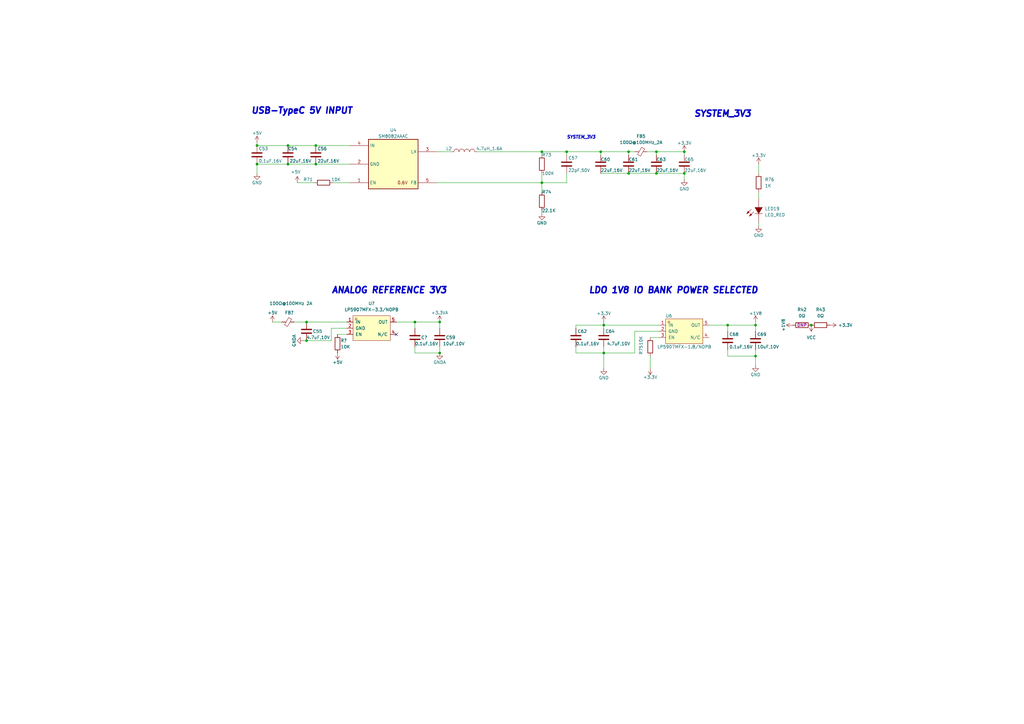
<source format=kicad_sch>
(kicad_sch (version 20230121) (generator eeschema)
  (paper "A3")
  (title_block (title "HPM6E00FULLPORTRevB") (date "2024-09-12") (rev "RevA") (comment 1 "POWER"))
  (lib_symbols
    (symbol "00_HPM_power:+1V8" (power) (pin_names (offset 0))
      (property "Value" "+1V8" (at 0 3.556 0))
      (symbol "+1V8_0_1"
        (polyline (pts (xy -0.762 1.27) (xy 0 2.54)))
        (polyline (pts (xy 0 0) (xy 0 2.54)))
        (polyline (pts (xy 0 2.54) (xy 0.762 1.27)))
      )
      (symbol "+1V8_1_1"
        (pin power_in line (at 0 0 90) (length 0) hide (name "+1V8") (number "1"))
      )
    )
    (symbol "00_HPM_power:+5V" (power) (pin_names (offset 0))
      (property "Value" "+5V" (at 0 3.556 0))
      (symbol "+5V_0_1"
        (polyline (pts (xy -0.762 1.27) (xy 0 2.54)))
        (polyline (pts (xy 0 0) (xy 0 2.54)))
        (polyline (pts (xy 0 2.54) (xy 0.762 1.27)))
      )
      (symbol "+5V_1_1"
        (pin power_in line (at 0 0 90) (length 0) hide (name "+5V") (number "1"))
      )
    )
    (symbol "00_HPM_power:GND" (power) (pin_names (offset 0))
      (property "Value" "GND" (at 0 -3.81 0))
      (symbol "GND_0_1"
        (polyline (pts (xy 0 0) (xy 0 -1.27) (xy 1.27 -1.27) (xy 0 -2.54) (xy -1.27 -1.27) (xy 0 -1.27)))
      )
      (symbol "GND_1_1"
        (pin power_in line (at 0 0 270) (length 0) hide (name "GND") (number "1"))
      )
    )
    (symbol "00_HPM_power:GNDA" (power) (pin_names (offset 0))
      (property "Value" "GNDA" (at 0 -3.81 0))
      (symbol "GNDA_0_1"
        (polyline (pts (xy 0 0) (xy 0 -1.27) (xy 1.27 -1.27) (xy 0 -2.54) (xy -1.27 -1.27) (xy 0 -1.27)))
      )
      (symbol "GNDA_1_1"
        (pin power_in line (at 0 0 270) (length 0) hide (name "GNDA") (number "1"))
      )
    )
    (symbol "00_HPM_power:VCC" (power) (pin_names (offset 0))
      (property "Value" "VCC" (at 0 3.81 0))
      (symbol "VCC_0_1"
        (polyline (pts (xy -0.762 1.27) (xy 0 2.54)))
        (polyline (pts (xy 0 0) (xy 0 2.54)))
        (polyline (pts (xy 0 2.54) (xy 0.762 1.27)))
      )
      (symbol "VCC_1_1"
        (pin power_in line (at 0 0 90) (length 0) hide (name "VCC") (number "1"))
      )
    )
    (symbol "01-HPM-Peripheral:LED_RED" (pin_numbers hide) (pin_names (offset 1.016) hide)
      (property "Reference" "LED" (at 0 10.16 0))
      (property "Value" "LED_RED" (at 0 13.97 0))
      (symbol "LED_RED_1_1"
        (polyline (pts (xy -2.54 1.524) (xy -2.54 -1.524)) (stroke (width 0.1524)))
        (polyline (pts (xy -1.778 2.032) (xy -3.556 3.81)) (stroke (width 0.1524)))
        (polyline (pts (xy -0.762 3.048) (xy -2.54 4.826)) (stroke (width 0.1524)))
        (polyline (pts (xy -3.556 3.81) (xy -2.54 3.302) (xy -3.048 2.794) (xy -3.556 3.81)) (stroke (width 0.1524)) (fill (type outline)))
        (polyline (pts (xy -2.54 4.826) (xy -1.524 4.318) (xy -2.032 3.81) (xy -2.54 4.826)) (stroke (width 0.1524)) (fill (type outline)))
        (polyline (pts (xy 0 -1.524) (xy -2.54 0) (xy 0 1.524) (xy 0 -1.524)) (stroke (width 0.1524)) (fill (type outline)))
        (pin input line (at -6.35 0 0) (length 3.81) (name "K") (number "1"))
        (pin input line (at 3.81 0 180) (length 3.81) (name "A") (number "2"))
      )
    )
    (symbol "02_HPM_Resistor:0Ω_0805" (pin_numbers hide) (pin_names (offset 0))
      (property "Reference" "R" (at 0 5.08 0))
      (property "Value" "0Ω" (at 1.27 7.62 0))
      (symbol "0Ω_0805_0_1"
        (rectangle (start 2.54 -1.016) (end -2.54 1.016) (stroke (width 0.254)))
      )
      (symbol "0Ω_0805_1_1"
        (pin passive line (at -3.81 0 0) (length 1.27) (name "~") (number "1"))
        (pin passive line (at 3.81 0 180) (length 1.27) (name "~") (number "2"))
      )
    )
    (symbol "02_HPM_Resistor:100K_0402" (pin_numbers hide) (pin_names (offset 0))
      (property "Reference" "R" (at 0 3.81 0))
      (property "Value" "100K" (at 0 6.35 0))
      (symbol "100K_0402_0_1"
        (rectangle (start 2.54 -1.016) (end -2.54 1.016) (stroke (width 0.254)))
      )
      (symbol "100K_0402_1_1"
        (pin passive line (at -3.81 0 0) (length 1.27) (name "~") (number "1"))
        (pin passive line (at 3.81 0 180) (length 1.27) (name "~") (number "2"))
      )
    )
    (symbol "02_HPM_Resistor:10K_0402" (pin_numbers hide) (pin_names (offset 0))
      (property "Reference" "R" (at 0 3.81 0))
      (property "Value" "10K" (at 0 6.35 0))
      (symbol "10K_0402_0_1"
        (rectangle (start 2.54 -1.016) (end -2.54 1.016) (stroke (width 0.254)))
      )
      (symbol "10K_0402_1_1"
        (pin passive line (at -3.81 0 0) (length 1.27) (name "~") (number "1"))
        (pin passive line (at 3.81 0 180) (length 1.27) (name "~") (number "2"))
      )
    )
    (symbol "02_HPM_Resistor:1K_0402" (pin_numbers hide) (pin_names (offset 0))
      (property "Reference" "R" (at 0 3.81 0))
      (property "Value" "1K" (at 0 6.35 0))
      (symbol "1K_0402_0_1"
        (rectangle (start 2.54 -1.016) (end -2.54 1.016) (stroke (width 0.254)))
      )
      (symbol "1K_0402_1_1"
        (pin passive line (at -3.81 0 0) (length 1.27) (name "~") (number "1"))
        (pin passive line (at 3.81 0 180) (length 1.27) (name "~") (number "2"))
      )
    )
    (symbol "02_HPM_Resistor:22.1K_0402" (pin_numbers hide) (pin_names (offset 0))
      (property "Reference" "R" (at 0 5.08 0))
      (property "Value" "22.1K" (at 0 7.62 0))
      (symbol "22.1K_0402_0_1"
        (rectangle (start 2.54 -1.016) (end -2.54 1.016) (stroke (width 0.254)))
      )
      (symbol "22.1K_0402_1_1"
        (pin passive line (at -3.81 0 0) (length 1.27) (name "~") (number "1"))
        (pin passive line (at 3.81 0 180) (length 1.27) (name "~") (number "2"))
      )
    )
    (symbol "03_HPM_Capacitance:0.1uF,16V_0402" (pin_numbers hide) (pin_names (offset 0.254))
      (property "Reference" "C" (at -1.27 10.16 0))
      (property "Value" "0.1uF,16V" (at -5.08 12.7 0))
      (symbol "0.1uF,16V_0402_0_1"
        (polyline (pts (xy -2.032 -0.762) (xy 2.032 -0.762)) (stroke (width 0.508)))
        (polyline (pts (xy -2.032 0.762) (xy 2.032 0.762)) (stroke (width 0.508)))
      )
      (symbol "0.1uF,16V_0402_1_1"
        (pin passive line (at 0 3.81 270) (length 2.794) (name "~") (number "1"))
        (pin passive line (at 0 -3.81 90) (length 2.794) (name "~") (number "2"))
      )
    )
    (symbol "03_HPM_Capacitance:10uF,10V_0402" (pin_numbers hide) (pin_names (offset 0.254))
      (property "Reference" "C" (at -3.81 15.24 0))
      (property "Value" "10uF,10V" (at -3.81 10.16 0))
      (symbol "10uF,10V_0402_0_1"
        (polyline (pts (xy -2.032 -0.762) (xy 2.032 -0.762)) (stroke (width 0.508)))
        (polyline (pts (xy -2.032 0.762) (xy 2.032 0.762)) (stroke (width 0.508)))
      )
      (symbol "10uF,10V_0402_1_1"
        (pin passive line (at 0 3.81 270) (length 2.794) (name "~") (number "1"))
        (pin passive line (at 0 -3.81 90) (length 2.794) (name "~") (number "2"))
      )
    )
    (symbol "03_HPM_Capacitance:22pF,50V_0402" (pin_numbers hide) (pin_names (offset 0.254))
      (property "Reference" "C" (at 0.635 2.54 0))
      (property "Value" "22pF,50V" (at 0.635 -2.54 0))
      (symbol "22pF,50V_0402_0_1"
        (polyline (pts (xy -2.032 -0.762) (xy 2.032 -0.762)) (stroke (width 0.508)))
        (polyline (pts (xy -2.032 0.762) (xy 2.032 0.762)) (stroke (width 0.508)))
      )
      (symbol "22pF,50V_0402_1_1"
        (pin passive line (at 0 3.81 270) (length 2.794) (name "~") (number "1"))
        (pin passive line (at 0 -3.81 90) (length 2.794) (name "~") (number "2"))
      )
    )
    (symbol "03_HPM_Capacitance:22uF,16V,_0805" (pin_numbers hide) (pin_names (offset 0.254))
      (property "Reference" "C" (at 0.635 2.54 0))
      (property "Value" "22uF,16V" (at 0.635 -2.54 0))
      (symbol "22uF,16V,_0805_0_1"
        (polyline (pts (xy -2.032 -0.762) (xy 2.032 -0.762)) (stroke (width 0.508)))
        (polyline (pts (xy -2.032 0.762) (xy 2.032 0.762)) (stroke (width 0.508)))
      )
      (symbol "22uF,16V,_0805_1_1"
        (pin passive line (at 0 3.81 270) (length 2.794) (name "~") (number "1"))
        (pin passive line (at 0 -3.81 90) (length 2.794) (name "~") (number "2"))
      )
    )
    (symbol "03_HPM_Capacitance:4.7uF,10V_0402" (pin_numbers hide) (pin_names (offset 0.254))
      (property "Reference" "C" (at 0.635 2.54 0))
      (property "Value" "4.7uF,10V" (at 0.635 -2.54 0))
      (symbol "4.7uF,10V_0402_0_1"
        (polyline (pts (xy -2.032 -0.762) (xy 2.032 -0.762)) (stroke (width 0.508)))
        (polyline (pts (xy -2.032 0.762) (xy 2.032 0.762)) (stroke (width 0.508)))
      )
      (symbol "4.7uF,10V_0402_1_1"
        (pin passive line (at 0 3.81 270) (length 2.794) (name "~") (number "1"))
        (pin passive line (at 0 -3.81 90) (length 2.794) (name "~") (number "2"))
      )
    )
    (symbol "07_HPM_Inductance:4.7uH_1.6A" (pin_numbers hide) (pin_names (offset 1.016) hide)
      (property "Reference" "L" (at 0 2.54 0))
      (property "Value" "4.7uH_1.6A" (at 0 -2.54 0))
      (symbol "4.7uH_1.6A_1_1"
        (arc (start -3.2766 1.0922) (mid -4.0214 0.7672) (end -4.2926 0))
        (arc (start -2.286 0) (mid -2.5476 0.7513) (end -3.2766 1.0922))
        (arc (start -1.143 1.0922) (mid -1.8885 0.7665) (end -2.1336 0))
        (arc (start -0.127 0) (mid -0.3961 0.7692) (end -1.143 1.0922))
        (arc (start 1.016 1.0922) (mid 0.2712 0.7672) (end 0 0))
        (arc (start 2.032 0) (mid 1.7629 0.7692) (end 1.016 1.0922))
        (arc (start 3.2004 1.0922) (mid 2.4549 0.7665) (end 2.2098 0))
        (arc (start 4.2164 0) (mid 3.9473 0.7692) (end 3.2004 1.0922))
        (pin input line (at -5.08 0 0) (length 0.762) (name "1") (number "1"))
        (pin input line (at 5.08 0 180) (length 0.762) (name "2") (number "2"))
      )
    )
    (symbol "07_HPM_Inductance:磁珠-100Ω@100MHz_2A-0805" (pin_numbers hide) (pin_names (offset 0))
      (property "Reference" "FB" (at -2.54 1.27 0))
      (property "Value" "100Ω@100MHz_2A" (at -6.35 -3.81 0))
      (symbol "磁珠-100Ω@100MHz_2A-0805_0_1"
        (polyline (pts (xy 1.27 0) (xy 1.7526 0)))
        (polyline (pts (xy 3.429 0) (xy 3.8354 0)))
        (polyline (pts (xy 2.8194 1.8288) (xy 4.0386 1.1176) (xy 2.3368 -1.8288) (xy 1.1176 -1.1176) (xy 2.8194 1.8288)))
      )
      (symbol "磁珠-100Ω@100MHz_2A-0805_1_1"
        (pin passive line (at 5.08 0 180) (length 1.27) (name "~") (number "1"))
        (pin passive line (at 0 0 0) (length 1.27) (name "~") (number "2"))
      )
    )
    (symbol "07_HPM_Inductance:磁珠-100Ω@100MHz_2A_0603" (pin_numbers hide) (pin_names (offset 0))
      (property "Reference" "FB" (at -2.54 1.27 0))
      (property "Value" "100Ω@100MHz_2A" (at -6.35 -3.81 0))
      (symbol "磁珠-100Ω@100MHz_2A_0603_0_1"
        (polyline (pts (xy 1.27 0) (xy 1.7526 0)))
        (polyline (pts (xy 3.429 0) (xy 3.8354 0)))
        (polyline (pts (xy 2.8194 1.8288) (xy 4.0386 1.1176) (xy 2.3368 -1.8288) (xy 1.1176 -1.1176) (xy 2.8194 1.8288)))
      )
      (symbol "磁珠-100Ω@100MHz_2A_0603_1_1"
        (pin passive line (at 5.08 0 180) (length 1.27) (name "~") (number "1"))
        (pin passive line (at 0 0 0) (length 1.27) (name "~") (number "2"))
      )
    )
    (symbol "08_HPM_Power_IC:LP5907MFX-1.8/NOPB" (pin_names (offset 1.016))
      (property "Reference" "U" (at -6.35 6.35 0))
      (property "Value" "LP5907MFX-1.8/NOPB" (at 0 -6.35 0))
      (symbol "LP5907MFX-1.8/NOPB_1_1"
        (rectangle (start -7.62 -5.08) (end 7.62 5.08) (fill (type background)))
        (circle (center -6.35 3.81) (radius 0.381))
        (pin input line (at -10.16 2.54 0) (length 2.54) (name "IN") (number "1"))
        (pin input line (at -10.16 0 0) (length 2.54) (name "GND") (number "2"))
        (pin input line (at -10.16 -2.54 0) (length 2.54) (name "EN") (number "3"))
        (pin input line (at 10.16 -2.54 180) (length 2.54) (name "N/C") (number "4"))
        (pin input line (at 10.16 2.54 180) (length 2.54) (name "OUT") (number "5"))
      )
    )
    (symbol "08_HPM_Power_IC:LP5907MFX-3.3/NOPB" (pin_names (offset 1.016))
      (property "Reference" "U" (at -6.35 6.35 0))
      (property "Value" "LP5907MFX-3.3{slash}NOPB" (at -0.635 -10.795 0))
      (symbol "LP5907MFX-3.3/NOPB_1_1"
        (rectangle (start -7.62 -5.08) (end 7.62 5.08) (fill (type background)))
        (circle (center -6.35 3.81) (radius 0.381))
        (pin input line (at -10.16 2.54 0) (length 2.54) (name "IN") (number "1"))
        (pin input line (at -10.16 0 0) (length 2.54) (name "GND") (number "2"))
        (pin input line (at -10.16 -2.54 0) (length 2.54) (name "EN") (number "3"))
        (pin input line (at 10.16 -2.54 180) (length 2.54) (name "N/C") (number "4"))
        (pin input line (at 10.16 2.54 180) (length 2.54) (name "OUT") (number "5"))
      )
    )
    (symbol "08_HPM_Power_IC:SM8082AAAC"
      (property "Reference" "U" (at 9.525 1.27 0))
      (property "Value" "SM8082AAAC" (at 19.05 1.27 0))
      (symbol "SM8082AAAC_1_0"
        (rectangle (start 27.94 0) (end 7.62 -20.32) (stroke (width 0.3)) (fill (type background)))
        (pin passive line (at 0 -17.78 0) (length 7.62) (name "EN") (number "1"))
        (pin passive line (at 0 -10.16 0) (length 7.62) (name "GND") (number "2"))
        (pin passive line (at 35.56 -5.08 180) (length 7.62) (name "LX") (number "3"))
        (pin passive line (at 0 -2.54 0) (length 7.62) (name "IN") (number "4"))
        (pin passive line (at 35.56 -17.78 180) (length 7.62) (name "FB") (number "5"))
      )
      (symbol "SM8082AAAC_1_1"
        (text "0.6V" (at 21.59 -17.78 0) (effects (font (size 1.27 1.27))))
      )
    )
    (symbol "power:+3.3V" (power) (pin_names (offset 0))
      (property "Value" "+3.3V" (at 0 3.556 0))
      (symbol "+3.3V_0_1"
        (polyline (pts (xy -0.762 1.27) (xy 0 2.54)))
        (polyline (pts (xy 0 0) (xy 0 2.54)))
        (polyline (pts (xy 0 2.54) (xy 0.762 1.27)))
      )
      (symbol "+3.3V_1_1"
        (pin power_in line (at 0 0 90) (length 0) hide (name "+3.3V") (number "1"))
      )
    )
    (symbol "power:+3.3VA" (power) (pin_names (offset 0))
      (property "Value" "+3.3VA" (at 0 3.556 0))
      (symbol "+3.3VA_0_1"
        (polyline (pts (xy -0.762 1.27) (xy 0 2.54)))
        (polyline (pts (xy 0 0) (xy 0 2.54)))
        (polyline (pts (xy 0 2.54) (xy 0.762 1.27)))
      )
      (symbol "+3.3VA_1_1"
        (pin power_in line (at 0 0 90) (length 0) hide (name "+3.3VA") (number "1"))
      )
    )
  )
  (junction (at 280.67 71.12))
  (junction (at 222.25 74.93))
  (junction (at 298.45 133.35))
  (junction (at 118.11 67.31))
  (junction (at 257.81 62.23))
  (junction (at 129.54 67.31))
  (junction (at 309.88 146.05))
  (junction (at 180.34 144.78))
  (junction (at 232.41 62.23))
  (junction (at 170.18 132.08))
  (junction (at 222.25 62.23))
  (junction (at 105.41 67.31))
  (junction (at 180.34 132.08))
  (junction (at 309.88 133.35))
  (junction (at 269.24 62.23))
  (junction (at 125.73 139.7))
  (junction (at 257.81 71.12))
  (junction (at 247.65 144.78))
  (junction (at 332.74 133.35))
  (junction (at 129.54 59.69))
  (junction (at 118.11 59.69))
  (junction (at 247.65 133.35))
  (junction (at 246.38 62.23))
  (junction (at 269.24 71.12))
  (junction (at 125.73 132.08))
  (junction (at 105.41 59.69))
  (junction (at 280.67 62.23))
  (no_connect (at 162.56 137.16))
  (wire (pts (xy 247.65 133.35) (xy 270.51 133.35)) (stroke (width 0.15)))
  (wire (pts (xy 266.7 151.13) (xy 266.7 146.05)))
  (wire (pts (xy 118.11 67.31) (xy 129.54 67.31)))
  (wire (pts (xy 236.22 144.78) (xy 247.65 144.78)))
  (wire (pts (xy 269.24 62.23) (xy 269.24 63.5)))
  (wire (pts (xy 246.38 62.23) (xy 257.81 62.23)))
  (wire (pts (xy 222.25 62.23) (xy 232.41 62.23)))
  (wire (pts (xy 247.65 151.13) (xy 247.65 144.78)) (stroke (width 0.15)))
  (wire (pts (xy 280.67 62.23) (xy 280.67 63.5)))
  (wire (pts (xy 232.41 71.12) (xy 232.41 74.93)))
  (wire (pts (xy 105.41 71.12) (xy 105.41 67.31)))
  (wire (pts (xy 222.25 74.93) (xy 232.41 74.93)))
  (wire (pts (xy 118.11 59.69) (xy 105.41 59.69)))
  (wire (pts (xy 247.65 132.08) (xy 247.65 133.35)) (stroke (width 0.15)))
  (wire (pts (xy 118.11 67.31) (xy 105.41 67.31)))
  (wire (pts (xy 298.45 133.35) (xy 298.45 135.89)) (stroke (width 0.15)))
  (wire (pts (xy 135.89 134.62) (xy 135.89 139.7)))
  (wire (pts (xy 246.38 71.12) (xy 257.81 71.12)))
  (wire (pts (xy 120.65 132.08) (xy 125.73 132.08)))
  (wire (pts (xy 142.24 134.62) (xy 135.89 134.62)))
  (wire (pts (xy 129.54 67.31) (xy 143.51 67.31)))
  (wire (pts (xy 222.25 74.93) (xy 222.25 78.74)))
  (wire (pts (xy 298.45 143.51) (xy 298.45 146.05)) (stroke (width 0.15)))
  (wire (pts (xy 136.525 74.93) (xy 143.51 74.93)))
  (wire (pts (xy 195.58 62.23) (xy 222.25 62.23)))
  (wire (pts (xy 232.41 63.5) (xy 232.41 62.23)))
  (wire (pts (xy 265.43 62.23) (xy 269.24 62.23)))
  (wire (pts (xy 179.07 74.93) (xy 222.25 74.93)))
  (wire (pts (xy 260.35 135.89) (xy 260.35 144.78)) (stroke (width 0.15)))
  (wire (pts (xy 290.83 133.35) (xy 298.45 133.35)) (stroke (width 0.15)))
  (wire (pts (xy 270.51 135.89) (xy 260.35 135.89)) (stroke (width 0.15)))
  (wire (pts (xy 247.65 133.35) (xy 247.65 134.62)) (stroke (width 0.15)))
  (wire (pts (xy 236.22 133.35) (xy 247.65 133.35)))
  (wire (pts (xy 236.22 142.24) (xy 236.22 144.78)))
  (wire (pts (xy 170.18 132.08) (xy 180.34 132.08)))
  (wire (pts (xy 309.88 135.89) (xy 309.88 133.35)) (stroke (width 0.15)))
  (wire (pts (xy 298.45 146.05) (xy 309.88 146.05)) (stroke (width 0.15)))
  (wire (pts (xy 118.11 59.69) (xy 129.54 59.69)))
  (wire (pts (xy 143.51 59.69) (xy 129.54 59.69)))
  (wire (pts (xy 125.73 139.7) (xy 135.89 139.7)))
  (wire (pts (xy 111.76 132.08) (xy 115.57 132.08)))
  (wire (pts (xy 222.25 87.63) (xy 222.25 86.36)) (stroke (width 0.15)))
  (wire (pts (xy 180.34 142.24) (xy 180.34 144.78)))
  (wire (pts (xy 246.38 62.23) (xy 246.38 63.5)))
  (wire (pts (xy 311.15 91.44) (xy 311.15 92.71)))
  (wire (pts (xy 257.81 62.23) (xy 260.35 62.23)))
  (wire (pts (xy 222.25 62.23) (xy 222.25 63.5)))
  (wire (pts (xy 179.07 62.23) (xy 185.42 62.23)))
  (wire (pts (xy 260.35 144.78) (xy 247.65 144.78)) (stroke (width 0.15)))
  (wire (pts (xy 170.18 144.78) (xy 180.34 144.78)))
  (wire (pts (xy 247.65 142.24) (xy 247.65 144.78)) (stroke (width 0.15)))
  (wire (pts (xy 162.56 132.08) (xy 170.18 132.08)))
  (wire (pts (xy 170.18 132.08) (xy 170.18 134.62)))
  (wire (pts (xy 105.41 59.69) (xy 105.41 58.42)))
  (wire (pts (xy 311.15 67.31) (xy 311.15 71.12)) (stroke (width 0.15)))
  (wire (pts (xy 236.22 134.62) (xy 236.22 133.35)))
  (wire (pts (xy 142.24 137.16) (xy 138.43 137.16)))
  (wire (pts (xy 257.81 71.12) (xy 269.24 71.12)))
  (wire (pts (xy 222.25 71.12) (xy 222.25 74.93)))
  (wire (pts (xy 125.73 132.08) (xy 142.24 132.08)))
  (wire (pts (xy 270.51 138.43) (xy 266.7 138.43)) (stroke (width 0.15)))
  (wire (pts (xy 309.88 149.86) (xy 309.88 146.05)) (stroke (width 0.15)))
  (wire (pts (xy 121.92 74.93) (xy 128.905 74.93)))
  (wire (pts (xy 269.24 71.12) (xy 280.67 71.12)))
  (wire (pts (xy 247.65 132.08) (xy 247.65 133.35)))
  (wire (pts (xy 170.18 142.24) (xy 170.18 144.78)))
  (wire (pts (xy 180.34 134.62) (xy 180.34 132.08)))
  (wire (pts (xy 269.24 62.23) (xy 280.67 62.23)))
  (wire (pts (xy 280.67 71.12) (xy 280.67 73.66)))
  (wire (pts (xy 232.41 62.23) (xy 246.38 62.23)))
  (wire (pts (xy 298.45 133.35) (xy 309.88 133.35)) (stroke (width 0.15)))
  (wire (pts (xy 309.88 143.51) (xy 309.88 146.05)) (stroke (width 0.15)))
  (wire (pts (xy 257.81 62.23) (xy 257.81 63.5)))
  (wire (pts (xy 311.15 78.74) (xy 311.15 81.28)))
  (wire (pts (xy 309.88 132.08) (xy 309.88 133.35)))
  (wire (pts (xy 124.46 139.7) (xy 125.73 139.7)))
  (text "USB-TypeC 5V INPUT" (at 102.87 46.99 0) (effects (font (size 2.54 2.54) (thickness 0.6) bold italic) (justify left bottom)))
  (text "LDO 1V8 IO BANK POWER SELECTED" (at 241.3 120.65 0) (effects (font (size 2.54 2.54) (thickness 0.6) bold italic) (justify left bottom)))
  (text "ANALOG REFERENCE 3V3" (at 135.89 120.65 0) (effects (font (size 2.54 2.54) (thickness 0.6) bold italic) (justify left bottom)))
  (text "SYSTEM_3V3" (at 284.48 48.26 0) (effects (font (size 2.54 2.54) (thickness 0.6) bold italic) (justify left bottom)))
  (text "SYSTEM_3V3" (at 232.41 57.15 0) (effects (font (size 1.27 1.27) (thickness 0.6) bold italic) (justify left bottom)))
  (symbol (lib_id "00_HPM_power:GND") (at 309.88 149.86 0) (unit 1)
    (property "Reference" "#PWR0104" (effects hide))
    (property "Value" "GND" (at 309.88 153.67 0))
    (instances (project "HPM6E00FULLPORTRevB" (path "" (reference "#PWR0104") (unit 1)) (path "" (reference "#PWR?") (unit 1))))
  )
  (symbol (lib_id "03_HPM_Capacitance:22uF,16V,_0805") (at 257.81 67.31 0) (unit 1)
    (property "Reference" "C61" (at 257.81 65.405 0) (effects (justify left)))
    (property "Value" "22uF,16V" (at 257.81 69.85 0) (effects (justify left)))
    (property "Footprint" "03_HPM_Capacitance:C_0805_2012Metric" (effects hide))
    (property "Model" " CL21A226MOQNNNE" (effects hide))
    (property "Company" " SAMSUNG(三星)" (effects hide))
  )
  (symbol (lib_id "03_HPM_Capacitance:4.7uF,10V_0402") (at 125.73 135.89 0) (unit 1)
    (property "Reference" "C55" (at 128.27 135.89 0) (effects (justify left)))
    (property "Value" "4.7uF,10V" (at 125.73 138.43 0) (effects (justify left)))
    (property "Footprint" "03_HPM_Capacitance:C_0402_1005Metric" (effects hide))
    (property "Model" " CL05A475MP5NRNC" (effects hide))
    (property "Company" " SAMSUNG(三星)" (effects hide))
  )
  (symbol (lib_id "07_HPM_Inductance:磁珠-100Ω@100MHz_2A_0603") (at 115.57 132.08 0) (unit 1)
    (property "Reference" "FB?" (at 116.84 128.27 0) (effects (justify left)))
    (property "Value" "100Ω@100MHz 2A" (at 110.49 124.46 0) (effects (justify left)))
    (property "Footprint" "02_HPM_Resistor:R_0603_1608Metric" (effects hide))
    (property "Model" "PZ1608D101-2R0TF" (effects hide))
    (property "Company" " Sunlord(顺络)" (effects hide))
    (instances (project "HPM6E00FULLPORTRevB" (path "" (reference "FB?") (unit 1)) (path "" (reference "FB4") (unit 1)) (path "" (reference "FB?") (unit 1))))
  )
  (symbol (lib_id "power:+3.3V") (at 311.15 67.31 0) (unit 1)
    (property "Reference" "#PWR0105" (effects hide))
    (property "Value" "+3.3V" (at 311.15 63.754 0))
    (instances (project "HPM6E00FULLPORTRevB" (path "" (reference "#PWR0105") (unit 1)) (path "" (reference "#PWR?") (unit 1))))
  )
  (symbol (lib_id "00_HPM_power:GND") (at 247.65 151.13 0) (unit 1)
    (property "Reference" "#PWR099" (effects hide))
    (property "Value" "GND" (at 247.65 154.94 0))
    (instances (project "HPM6E00FULLPORTRevB" (path "" (reference "#PWR099") (unit 1)) (path "" (reference "#PWR?") (unit 1))))
  )
  (symbol (lib_id "03_HPM_Capacitance:22uF,16V,_0805") (at 269.24 67.31 0) (unit 1)
    (property "Reference" "C63" (at 269.24 65.405 0) (effects (justify left)))
    (property "Value" "22uF,16V" (at 269.24 69.85 0) (effects (justify left)))
    (property "Footprint" "03_HPM_Capacitance:C_0805_2012Metric" (effects hide))
    (property "Model" " CL21A226MOQNNNE" (effects hide))
    (property "Company" " SAMSUNG(三星)" (effects hide))
  )
  (symbol (lib_id "03_HPM_Capacitance:22uF,16V,_0805") (at 118.11 63.5 0) (unit 1)
    (property "Reference" "C54" (at 118.11 60.96 0) (effects (justify left)))
    (property "Value" "22uF,16V" (at 118.745 66.04 0) (effects (justify left)))
    (property "Footprint" "03_HPM_Capacitance:C_0805_2012Metric" (effects hide))
    (property "Model" " CL21A226MOQNNNE" (effects hide))
    (property "Company" " SAMSUNG(三星)" (effects hide))
  )
  (symbol (lib_id "08_HPM_Power_IC:SM8082AAAC") (at 143.51 57.15 0) (unit 1)
    (property "Reference" "U4" (at 161.29 53.34 0))
    (property "Value" "SM8082AAAC" (at 161.29 55.88 0))
    (property "Footprint" "06_HPM_SOT:SOT-23-5" (effects hide))
    (property "Model" "SM8082AAAC" (effects hide))
    (property "Company" "silergy(矽力杰)" (effects hide))
  )
  (symbol (lib_id "00_HPM_power:+5V") (at 138.43 144.78 180) (unit 1)
    (property "Reference" "#PWR?" (effects hide))
    (property "Value" "+5V" (at 138.43 148.59 0))
    (instances (project "HPM5300-POWER" (path "" (reference "#PWR?") (unit 1))) (project "HPM6E00 SKT Board BGA289_BDIF REVA" (path "" (reference "#PWR?") (unit 1))) (project "HPM6E00FULLPORTRevB" (path "" (reference "#PWR?") (unit 1)) (path "" (reference "#PWR094") (unit 1)) (path "" (reference "#PWR?") (unit 1))) (project "HPM5300 SKT Board LQFP100 REVA" (path "" (reference "#PWR?") (unit 1))))
  )
  (symbol (lib_id "00_HPM_power:GNDA") (at 124.46 139.7 270) (unit 1)
    (property "Reference" "#PWR?" (effects hide))
    (property "Value" "GNDA" (at 120.65 139.7 0))
    (instances (project "HPM5300-POWER" (path "" (reference "#PWR?") (unit 1))) (project "HPM6E00 SKT Board BGA289_BDIF REVA" (path "" (reference "#PWR?") (unit 1))) (project "HPM6E00FULLPORTRevB" (path "" (reference "#PWR?") (unit 1)) (path "" (reference "#PWR093") (unit 1)) (path "" (reference "#PWR?") (unit 1))) (project "HPM5300 SKT Board LQFP100 REVA" (path "" (reference "#PWR?") (unit 1))))
  )
  (symbol (lib_id "00_HPM_power:+5V") (at 105.41 58.42 0) (unit 1)
    (property "Reference" "#PWR089" (effects hide))
    (property "Value" "+5V" (at 105.41 54.61 0))
  )
  (symbol (lib_id "07_HPM_Inductance:4.7uH_1.6A") (at 190.5 62.23 0) (unit 1)
    (property "Reference" "L2" (at 184.15 60.96 0))
    (property "Value" "4.7uH_1.6A" (at 200.66 60.96 0))
    (property "Footprint" "07_HPM_Inductance:L_1210_3225Metric" (effects hide))
    (property "Model" "DFE322512F-4R7M=P2" (effects hide))
    (property "Company" "muRata(村田)" (effects hide))
  )
  (symbol (lib_id "02_HPM_Resistor:10K_0402") (at 132.715 74.93 0) (unit 1)
    (property "Reference" "R71" (at 126.365 73.66 0))
    (property "Value" "10K" (at 137.795 73.66 0))
    (property "Footprint" "02_HPM_Resistor:R_0402_1005Metric" (effects hide))
    (property "Model" "0402WGF1002TCE" (effects hide))
    (property "Company" "UNI-ROYAL(厚声)" (effects hide))
  )
  (symbol (lib_id "00_HPM_power:GND") (at 222.25 87.63 0) (unit 1)
    (property "Reference" "#PWR097" (effects hide))
    (property "Value" "GND" (at 222.25 91.44 0))
  )
  (symbol (lib_id "02_HPM_Resistor:10K_0402") (at 266.7 142.24 90) (unit 1)
    (property "Reference" "R75" (at 262.89 143.51 0))
    (property "Value" "10K" (at 262.89 139.7 0))
    (property "Footprint" "02_HPM_Resistor:R_0402_1005Metric" (effects hide))
    (property "Model" "0402WGF1002TCE" (effects hide))
    (property "Company" "UNI-ROYAL(厚声)" (effects hide))
    (instances (project "HPM6E00FULLPORTRevB" (path "" (reference "R75") (unit 1)) (path "" (reference "R?") (unit 1))))
  )
  (symbol (lib_id "00_HPM_power:GND") (at 280.67 73.66 0) (unit 1)
    (property "Reference" "#PWR0102" (effects hide))
    (property "Value" "GND" (at 280.67 77.47 0))
  )
  (symbol (lib_id "power:+3.3V") (at 247.65 132.08 0) (unit 1)
    (property "Reference" "#PWR098" (effects hide))
    (property "Value" "+3.3V" (at 247.65 128.524 0))
    (instances (project "HPM6E00FULLPORTRevB" (path "" (reference "#PWR098") (unit 1)) (path "" (reference "#PWR?") (unit 1))))
  )
  (symbol (lib_id "02_HPM_Resistor:100K_0402") (at 222.25 67.31 90) (unit 1)
    (property "Reference" "R73" (at 222.25 63.5 90) (effects (justify right)))
    (property "Value" "100K" (at 222.25 71.12 90) (effects (justify right)))
    (property "Footprint" "02_HPM_Resistor:R_0402_1005Metric" (effects hide))
    (property "Model" "0402WGF1003TCE" (effects hide))
    (property "Company" "UNI-ROYAL(厚声)" (effects hide))
  )
  (symbol (lib_id "00_HPM_power:GNDA") (at 180.34 144.78 0) (unit 1)
    (property "Reference" "#PWR?" (effects hide))
    (property "Value" "GNDA" (at 180.34 148.59 0))
    (instances (project "HPM5300-POWER" (path "" (reference "#PWR?") (unit 1))) (project "HPM6E00 SKT Board BGA289_BDIF REVA" (path "" (reference "#PWR?") (unit 1))) (project "HPM6E00FULLPORTRevB" (path "" (reference "#PWR?") (unit 1)) (path "" (reference "#PWR096") (unit 1)) (path "" (reference "#PWR?") (unit 1))) (project "HPM5300 SKT Board LQFP100 REVA" (path "" (reference "#PWR?") (unit 1))))
  )
  (symbol (lib_id "02_HPM_Resistor:22.1K_0402") (at 222.25 82.55 90) (unit 1)
    (property "Reference" "R74" (at 222.25 78.74 90) (effects (justify right)))
    (property "Value" "22.1K" (at 222.25 86.36 90) (effects (justify right)))
    (property "Footprint" "02_HPM_Resistor:R_0402_1005Metric" (effects hide))
    (property "Model" "0402WGF2212TCE" (effects hide))
    (property "Company" "UNI-ROYAL(厚声)" (effects hide))
  )
  (symbol (lib_id "08_HPM_Power_IC:LP5907MFX-1.8/NOPB") (at 280.67 135.89 0) (unit 1)
    (property "Reference" "U6" (at 274.32 129.54 0))
    (property "Value" "LP5907MFX-1.8/NOPB" (at 280.67 142.24 0))
    (property "Footprint" "06_HPM_SOT:SOT-23-5" (effects hide))
    (property "Model" "LP5907MFX-1.8/NOPB" (effects hide))
    (property "Company" "TI" (effects hide))
    (instances (project "HPM6E00FULLPORTRevB" (path "" (reference "U6") (unit 1)) (path "" (reference "U?") (unit 1))))
  )
  (symbol (lib_id "03_HPM_Capacitance:4.7uF,10V_0402") (at 247.65 138.43 0) (unit 1)
    (property "Reference" "C64" (at 248.285 135.89 0) (effects (justify left)))
    (property "Value" "4.7uF,10V" (at 248.92 140.97 0) (effects (justify left)))
    (property "Footprint" "03_HPM_Capacitance:C_0402_1005Metric" (effects hide))
    (property "Model" " CL05A475MP5NRNC" (effects hide))
    (property "Company" " SAMSUNG(三星)" (effects hide))
    (instances (project "HPM6E00FULLPORTRevB" (path "" (reference "C64") (unit 1)) (path "" (reference "C?") (unit 1))))
  )
  (symbol (lib_id "03_HPM_Capacitance:10uF,10V_0402") (at 309.88 139.7 0) (unit 1)
    (property "Reference" "C69" (at 310.515 137.16 0) (effects (justify left)))
    (property "Value" "10uF,10V" (at 310.515 142.24 0) (effects (justify left)))
    (property "Footprint" "03_HPM_Capacitance:C_0402_1005Metric" (effects hide))
    (property "Model" "CL05A106MP5NUNC" (effects hide))
    (property "Company" " SAMSUNG(三星)" (effects hide))
    (instances (project "HPM6E00FULLPORTRevB" (path "" (reference "C69") (unit 1)) (path "" (reference "C?") (unit 1))))
  )
  (symbol (lib_id "01-HPM-Peripheral:LED_RED") (at 311.15 85.09 90) (unit 1)
    (property "Reference" "LED19" (at 313.69 85.598 90) (effects (justify right)))
    (property "Value" "LED_RED" (at 313.69 88.138 90) (effects (justify right)))
    (property "Footprint" "01_HPM_Peripheral:LED_0603" (effects hide))
    (property "Model" "NCD0603R1" (effects hide))
    (property "Company" "国星光电" (effects hide))
    (instances (project "HPM6E00FULLPORTRevB" (path "" (reference "LED19") (unit 1)) (path "" (reference "LED?") (unit 1))))
  )
  (symbol (lib_id "02_HPM_Resistor:0Ω_0805") (at 336.55 133.35 0) (mirror y) (unit 1)
    (property "Reference" "R43" (at 336.55 127 0))
    (property "Value" "0Ω" (at 336.55 129.54 0))
    (property "Footprint" "02_HPM_Resistor:R_0805_2012Metric" (effects hide))
    (property "Model" "RS-05000JT" (effects hide))
    (property "Company" "FH(风华)" (effects hide))
  )
  (symbol (lib_id "power:+3.3V") (at 266.7 151.13 180) (unit 1)
    (property "Reference" "#PWR0100" (effects hide))
    (property "Value" "+3.3V" (at 266.7 154.686 0))
    (instances (project "HPM6E00FULLPORTRevB" (path "" (reference "#PWR0100") (unit 1)) (path "" (reference "#PWR?") (unit 1))))
  )
  (symbol (lib_id "power:+3.3V") (at 280.67 62.23 0) (unit 1)
    (property "Reference" "#PWR0101" (effects hide))
    (property "Value" "+3.3V" (at 280.67 58.674 0))
  )
  (symbol (lib_id "00_HPM_power:VCC") (at 332.74 133.35 180) (unit 1)
    (property "Reference" "#PWR?" (effects hide))
    (property "Value" "VCC" (at 332.74 138.43 0))
    (instances (project "HPM6E00FULLPORTRevB" (path "" (reference "#PWR?") (unit 1)) (path "" (reference "#PWR0108") (unit 1)) (path "" (reference "#PWR?") (unit 1))))
  )
  (symbol (lib_id "03_HPM_Capacitance:0.1uF,16V_0402") (at 105.41 63.5 0) (unit 1)
    (property "Reference" "C53" (at 106.045 60.96 0) (effects (justify left)))
    (property "Value" "0.1uF,16V" (at 106.045 66.04 0) (effects (justify left)))
    (property "Footprint" "03_HPM_Capacitance:C_0402_1005Metric" (effects hide))
    (property "Model" "CL05B104KO5NNNC" (effects hide))
    (property "Company" "SAMSUNG(三星)" (effects hide))
  )
  (symbol (lib_id "00_HPM_power:+1V8") (at 325.12 133.35 90) (unit 1)
    (property "Reference" "#PWR0107" (effects hide))
    (property "Value" "+1V8" (at 321.31 133.35 0))
    (instances (project "HPM6E00FULLPORTRevB" (path "" (reference "#PWR0107") (unit 1)) (path "" (reference "#PWR?") (unit 1)) (path "" (reference "#PWR?") (unit 1))))
  )
  (symbol (lib_id "03_HPM_Capacitance:22uF,16V,_0805") (at 129.54 63.5 0) (unit 1)
    (property "Reference" "C56" (at 130.175 60.96 0) (effects (justify left)))
    (property "Value" "22uF,16V" (at 130.175 66.04 0) (effects (justify left)))
    (property "Footprint" "03_HPM_Capacitance:C_0805_2012Metric" (effects hide))
    (property "Model" " CL21A226MOQNNNE" (effects hide))
    (property "Company" " SAMSUNG(三星)" (effects hide))
  )
  (symbol (lib_id "03_HPM_Capacitance:10uF,10V_0402") (at 180.34 138.43 0) (unit 1)
    (property "Reference" "C59" (at 182.88 138.43 0) (effects (justify left)))
    (property "Value" "10uF,10V" (at 181.61 140.97 0) (effects (justify left)))
    (property "Footprint" "03_HPM_Capacitance:C_0402_1005Metric" (effects hide))
    (property "Model" "CL05A106MP5NUNC" (effects hide))
    (property "Company" " SAMSUNG(三星)" (effects hide))
  )
  (symbol (lib_id "00_HPM_power:GND") (at 105.41 71.12 0) (unit 1)
    (property "Reference" "#PWR091" (effects hide))
    (property "Value" "GND" (at 105.41 74.93 0))
  )
  (symbol (lib_id "02_HPM_Resistor:1K_0402") (at 311.15 74.93 90) (unit 1)
    (property "Reference" "R76" (at 313.69 73.66 90) (effects (justify right)))
    (property "Value" "1K" (at 313.69 76.2 90) (effects (justify right)))
    (property "Footprint" "02_HPM_Resistor:R_0402_1005Metric" (effects hide))
    (property "Model" "0402WGF1001TCE" (effects hide))
    (property "Company" "UNI-ROYAL(厚声)" (effects hide))
    (instances (project "HPM6E00FULLPORTRevB" (path "" (reference "R76") (unit 1)) (path "" (reference "R?") (unit 1))))
  )
  (symbol (lib_id "03_HPM_Capacitance:0.1uF,16V_0402") (at 170.18 138.43 0) (unit 1)
    (property "Reference" "C?" (at 172.72 138.43 0) (effects (justify left)))
    (property "Value" "0.1uF,16V" (at 170.18 140.97 0) (effects (justify left)))
    (property "Footprint" "03_HPM_Capacitance:C_0402_1005Metric" (effects hide))
    (property "Model" "CL05B104KO5NNNC" (effects hide))
    (property "Company" "SAMSUNG(三星)" (effects hide))
    (instances (project "HPM5300-POWER" (path "" (reference "C?") (unit 1))) (project "HPM6E00 SKT Board BGA289_BDIF REVA" (path "" (reference "C?") (unit 1))) (project "HPM6E00FULLPORTRevB" (path "" (reference "C?") (unit 1)) (path "" (reference "C58") (unit 1)) (path "" (reference "C?") (unit 1))) (project "HPM5300 SKT Board LQFP100 REVA" (path "" (reference "C?") (unit 1))))
  )
  (symbol (lib_id "03_HPM_Capacitance:22pF,50V_0402") (at 232.41 67.31 0) (unit 1)
    (property "Reference" "C57" (at 233.045 64.77 0) (effects (justify left)))
    (property "Value" "22pF,50V" (at 233.045 69.85 0) (effects (justify left)))
    (property "Footprint" "03_HPM_Capacitance:C_0402_1005Metric" (effects hide))
    (property "Model" "CL05C220JB5NNNC" (effects hide))
    (property "Company" " SAMSUNG(三星)" (effects hide))
  )
  (symbol (lib_id "00_HPM_power:+5V") (at 121.92 74.93 0) (unit 1)
    (property "Reference" "#PWR092" (effects hide))
    (property "Value" "+5V" (at 121.285 70.485 0))
  )
  (symbol (lib_id "02_HPM_Resistor:0Ω_0805") (at 328.93 133.35 0) (unit 1)
    (property "Reference" "R42" (at 328.93 127 0))
    (property "Value" "0Ω" (at 328.93 129.54 0))
    (property "Footprint" "02_HPM_Resistor:R_0805_2012Metric" (effects hide))
    (property "Model" "RS-05000JT" (effects hide))
    (property "Company" "FH(风华)" (effects hide))
    (property "ASSY_OPT" "DNP" (at 328.93 133.35 0))
  )
  (symbol (lib_id "07_HPM_Inductance:磁珠-100Ω@100MHz_2A-0805") (at 260.35 62.23 0) (unit 1)
    (property "Reference" "FB5" (at 262.9281 55.88 0))
    (property "Value" "100Ω@100MHz_2A" (at 262.9281 58.42 0))
    (property "Footprint" "02_HPM_Resistor:R_0805_2012Metric" (effects hide))
    (property "Model" "PZ2012U101-2R0TF" (effects hide))
    (property "Company" " Sunlord(顺络)" (effects hide))
  )
  (symbol (lib_id "00_HPM_power:+1V8") (at 309.88 132.08 0) (unit 1)
    (property "Reference" "#PWR0103" (effects hide))
    (property "Value" "+1V8" (at 309.88 128.524 0))
    (instances (project "HPM6E00FULLPORTRevB" (path "" (reference "#PWR0103") (unit 1)) (path "" (reference "#PWR?") (unit 1))))
  )
  (symbol (lib_id "03_HPM_Capacitance:22uF,16V,_0805") (at 246.38 67.31 0) (unit 1)
    (property "Reference" "C60" (at 246.38 65.405 0) (effects (justify left)))
    (property "Value" "22uF,16V" (at 246.38 69.85 0) (effects (justify left)))
    (property "Footprint" "03_HPM_Capacitance:C_0805_2012Metric" (effects hide))
    (property "Model" " CL21A226MOQNNNE" (effects hide))
    (property "Company" " SAMSUNG(三星)" (effects hide))
  )
  (symbol (lib_id "power:+3.3V") (at 340.36 133.35 270) (unit 1)
    (property "Reference" "#PWR?" (effects hide))
    (property "Value" "+3.3V" (at 346.71 133.35 90))
    (instances (project "HPM6E00-PA00-PA31-JTAG-BOOT-LED-KEY" (path "" (reference "#PWR?") (unit 1))) (project "HPM6E00 SKT Board BGA289_BDIF REVA" (path "" (reference "#PWR?") (unit 1))) (project "HPM5300-CON-JTAG" (path "" (reference "#PWR?") (unit 1))) (project "HPM6E00FULLPORTRevB" (path "" (reference "#PWR?") (unit 1)) (path "" (reference "#PWR0109") (unit 1)) (path "" (reference "#PWR?") (unit 1))) (project "HPM5300 SKT Board LQFP100 REVA" (path "" (reference "#PWR?") (unit 1))))
  )
  (symbol (lib_id "00_HPM_power:+5V") (at 111.76 132.08 0) (unit 1)
    (property "Reference" "#PWR?" (effects hide))
    (property "Value" "+5V" (at 111.76 128.27 0))
    (instances (project "HPM5300-POWER" (path "" (reference "#PWR?") (unit 1))) (project "HPM6E00 SKT Board BGA289_BDIF REVA" (path "" (reference "#PWR?") (unit 1))) (project "HPM6E00FULLPORTRevB" (path "" (reference "#PWR?") (unit 1)) (path "" (reference "#PWR090") (unit 1)) (path "" (reference "#PWR?") (unit 1))) (project "HPM5300 SKT Board LQFP100 REVA" (path "" (reference "#PWR?") (unit 1))))
  )
  (symbol (lib_id "02_HPM_Resistor:10K_0402") (at 138.43 140.97 90) (unit 1)
    (property "Reference" "R?" (at 139.7 139.7 90) (effects (justify right)))
    (property "Value" "10K" (at 139.7 142.24 90) (effects (justify right)))
    (property "Footprint" "02_HPM_Resistor:R_0402_1005Metric" (effects hide))
    (property "Model" "0402WGF1002TCE" (effects hide))
    (property "Company" "UNI-ROYAL(厚声)" (effects hide))
    (instances (project "HPM5300-POWER" (path "" (reference "R?") (unit 1))) (project "HPM6E00 SKT Board BGA289_BDIF REVA" (path "" (reference "R?") (unit 1))) (project "HPM6E00FULLPORTRevB" (path "" (reference "R?") (unit 1)) (path "" (reference "R72") (unit 1)) (path "" (reference "R?") (unit 1))) (project "HPM5300 SKT Board LQFP100 REVA" (path "" (reference "R?") (unit 1))))
  )
  (symbol (lib_id "power:+3.3VA") (at 180.34 132.08 0) (unit 1)
    (property "Reference" "#PWR?" (effects hide))
    (property "Value" "+3.3VA" (at 180.34 128.27 0))
    (instances (project "HPM5300-POWER" (path "" (reference "#PWR?") (unit 1))) (project "HPM6E00 SKT Board BGA289_BDIF REVA" (path "" (reference "#PWR?") (unit 1))) (project "HPM6E00FULLPORTRevB" (path "" (reference "#PWR?") (unit 1)) (path "" (reference "#PWR095") (unit 1)) (path "" (reference "#PWR?") (unit 1))) (project "HPM5300 SKT Board LQFP100 REVA" (path "" (reference "#PWR?") (unit 1))))
  )
  (symbol (lib_id "03_HPM_Capacitance:22uF,16V,_0805") (at 280.67 67.31 0) (unit 1)
    (property "Reference" "C65" (at 280.67 65.405 0) (effects (justify left)))
    (property "Value" "22uF,16V" (at 280.67 69.85 0) (effects (justify left)))
    (property "Footprint" "03_HPM_Capacitance:C_0805_2012Metric" (effects hide))
    (property "Model" " CL21A226MOQNNNE" (effects hide))
    (property "Company" " SAMSUNG(三星)" (effects hide))
  )
  (symbol (lib_id "08_HPM_Power_IC:LP5907MFX-3.3/NOPB") (at 152.4 134.62 0) (unit 1)
    (property "Reference" "U?" (at 152.4 124.46 0))
    (property "Value" "LP5907MFX-3.3/NOPB" (at 152.4 127 0))
    (property "Footprint" "06_HPM_SOT:SOT-23-5" (effects hide))
    (property "Model" "LP5907MFX-3.3/NOPB" (effects hide))
    (property "Company" "TI" (effects hide))
    (instances (project "HPM6E00 SKT Board BGA289_BDIF REVA" (path "" (reference "U?") (unit 1))) (project "HPM6E00FULLPORTRevB" (path "" (reference "U?") (unit 1)) (path "" (reference "U5") (unit 1)) (path "" (reference "U?") (unit 1))))
  )
  (symbol (lib_id "03_HPM_Capacitance:0.1uF,16V_0402") (at 298.45 139.7 0) (unit 1)
    (property "Reference" "C68" (at 299.085 137.16 0) (effects (justify left)))
    (property "Value" "0.1uF,16V" (at 299.085 142.24 0) (effects (justify left)))
    (property "Footprint" "03_HPM_Capacitance:C_0402_1005Metric" (effects hide))
    (property "Model" "CL05B104KO5NNNC" (effects hide))
    (property "Company" "SAMSUNG(三星)" (effects hide))
    (instances (project "HPM6E00FULLPORTRevB" (path "" (reference "C68") (unit 1)) (path "" (reference "C?") (unit 1))))
  )
  (symbol (lib_id "03_HPM_Capacitance:0.1uF,16V_0402") (at 236.22 138.43 0) (unit 1)
    (property "Reference" "C62" (at 236.855 135.89 0) (effects (justify left)))
    (property "Value" "0.1uF,16V" (at 236.22 140.97 0) (effects (justify left)))
    (property "Footprint" "03_HPM_Capacitance:C_0402_1005Metric" (effects hide))
    (property "Model" "CL05B104KO5NNNC" (effects hide))
    (property "Company" "SAMSUNG(三星)" (effects hide))
    (instances (project "HPM6E00FULLPORTRevB" (path "" (reference "C62") (unit 1)) (path "" (reference "C?") (unit 1))))
  )
  (symbol (lib_id "00_HPM_power:GND") (at 311.15 92.71 0) (unit 1)
    (property "Reference" "#PWR0106" (effects hide))
    (property "Value" "GND" (at 311.15 96.52 0))
    (instances (project "HPM6E00FULLPORTRevB" (path "" (reference "#PWR0106") (unit 1)) (path "" (reference "#PWR?") (unit 1))))
  )
)
</source>
